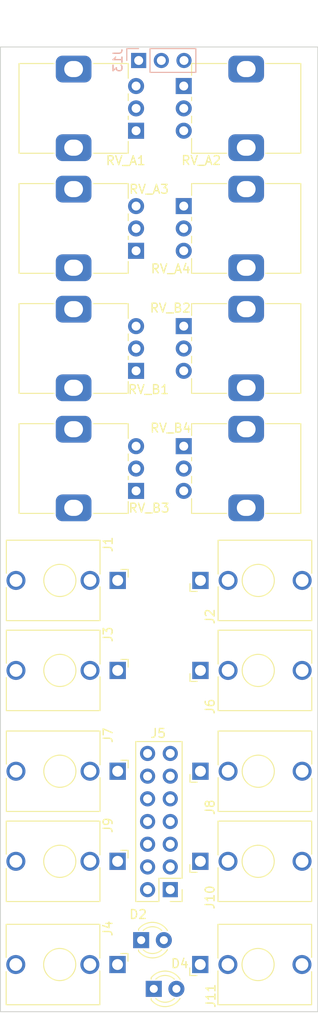
<source format=kicad_pcb>
(kicad_pcb (version 20211014) (generator pcbnew)
  (layers (0 "F.Cu" signal) (31 "B.Cu" signal) (34 "B.Paste" user) (35 "F.Paste" user) (36 "B.SilkS" user "B.Silkscreen") (37 "F.SilkS" user "F.Silkscreen") (38 "B.Mask" user) (39 "F.Mask" user) (44 "Edge.Cuts" user))
  (net 0 "")
  (net 1 "GND")
  (net 2 "/LEDA")
  (net 3 "/LEDB")
  (net 4 "Net-(J1-PadT)")
  (net 5 "Net-(J2-PadT)")
  (net 6 "Net-(J3-PadT)")
  (net 7 "/OUT_A")
  (net 9 "/IN_A2")
  (net 10 "/IN_A1")
  (net 11 "/IN_A4")
  (net 12 "/IN_A3")
  (net 13 "/IN_B2")
  (net 14 "/IN_B1")
  (net 15 "/IN_B4")
  (net 16 "/IN_B3")
  (net 17 "Net-(J6-PadT)")
  (net 18 "Net-(J7-PadT)")
  (net 19 "Net-(J8-PadT)")
  (net 20 "Net-(J9-PadT)")
  (net 21 "Net-(J10-PadT)")
  (net 22 "/OUT_B")
  (footprint "Potentiometer_THT:Potentiometer_Alps_RK09K_Single_Vertical" (layer "F.Cu") (at 83.35 56.953333)
    (fp_text reference "RV_A4" (at -1.46 7.01) (layer "F.SilkS"))
    (fp_text value "100k")
    (fp_line (start 13.12 -2.521) (end 13.12 7.52) (layer "F.SilkS") (width 0.12))
    (fp_line (start 0.88 -2.521) (end 4.817 -2.521) (layer "F.SilkS") (width 0.12))
    (fp_line (start 0.88 5.87) (end 0.88 7.52) (layer "F.SilkS") (width 0.12))
    (fp_line (start 9.184 7.52) (end 13.12 7.52) (layer "F.SilkS") (width 0.12))
    (fp_line (start 9.184 -2.521) (end 13.12 -2.521) (layer "F.SilkS") (width 0.12))
    (fp_line (start 0.88 7.52) (end 4.817 7.52) (layer "F.SilkS") (width 0.12))
    (fp_line (start 0.88 3.371) (end 0.88 4.13) (layer "F.SilkS") (width 0.12))
    (fp_line (start 0.88 1.25) (end 0.88 1.63) (layer "F.SilkS") (width 0.12))
    (fp_line (start 0.88 -2.521) (end 0.88 -1.2) (layer "F.SilkS") (width 0.12))
    (pad "1" thru_hole rect (at 0 0) (size 1.8 1.8) (drill 1) (layers *.Cu *.Mask) (net 17 "Net-(J6-PadT)"))
    (pad "2" thru_hole circle (at 0 2.5) (size 1.8 1.8) (drill 1) (layers *.Cu *.Mask) (net 11 "/IN_A4"))
    (pad "3" thru_hole circle (at 0 5) (size 1.8 1.8) (drill 1) (layers *.Cu *.Mask) (net 1 "GND"))
    (pad "MP" thru_hole roundrect (at 7 -1.9) (size 4 3) (drill oval 2.1 1.8) (layers *.Cu *.Mask))
    (pad "MP" thru_hole roundrect (at 7 6.9) (size 4 3) (drill oval 2.1 1.8) (layers *.Cu *.Mask))
  )
  (footprint "Connector_Audio:Jack_3.5mm_QingPu_WQP-PJ398SM_Vertical_CircularHoles" (layer "F.Cu") (at 85.22 108.91 90)
    (fp_text reference "J6" (at -4.03 1.08 90) (layer "F.SilkS"))
    (fp_text value "IN_A4")
    (fp_line (start -0.8 12.48) (end -4.5 12.48) (layer "F.SilkS") (width 0.12))
    (fp_line (start 4.5 1.98) (end 4.5 12.48) (layer "F.SilkS") (width 0.12))
    (fp_line (start -1.23 -1.17) (end -1.23 -0.37) (layer "F.SilkS") (width 0.12))
    (fp_line (start -4.5 1.98) (end -4.5 12.48) (layer "F.SilkS") (width 0.12))
    (fp_line (start 4.5 12.48) (end 0.8 12.48) (layer "F.SilkS") (width 0.12))
    (fp_line (start -0.72 1.98) (end -4.5 1.98) (layer "F.SilkS") (width 0.12))
    (fp_line (start 4.5 1.98) (end 0.72 1.98) (layer "F.SilkS") (width 0.12))
    (fp_line (start -1.23 -1.17) (end -0.37 -1.17) (layer "F.SilkS") (width 0.12))
    (fp_circle (center 0 6.48) (end 1.8 6.48) (layer "F.SilkS") (width 0.12) (fill none))
    (pad "S" thru_hole rect (at 0 0 270) (size 1.93 1.83) (drill 1.22) (layers *.Cu *.Mask) (net 1 "GND"))
    (pad "T" thru_hole circle (at 0 11.4 270) (size 2.13 2.13) (drill 1.43) (layers *.Cu *.Mask) (net 17 "Net-(J6-PadT)"))
    (pad "TN" thru_hole circle (at 0 3.1 270) (size 2.13 2.13) (drill 1.42) (layers *.Cu *.Mask) (net 1 "GND"))
  )
  (footprint "Connector_Audio:Jack_3.5mm_QingPu_WQP-PJ398SM_Vertical_CircularHoles" (layer "F.Cu") (at 85.2 141.82 90)
    (fp_text reference "J11" (at -3.5 1.19 90) (layer "F.SilkS"))
    (fp_text value "OUTB")
    (fp_line (start 4.5 1.98) (end 0.72 1.98) (layer "F.SilkS") (width 0.12))
    (fp_line (start -0.8 12.48) (end -4.5 12.48) (layer "F.SilkS") (width 0.12))
    (fp_line (start -1.23 -1.17) (end -0.37 -1.17) (layer "F.SilkS") (width 0.12))
    (fp_line (start 4.5 1.98) (end 4.5 12.48) (layer "F.SilkS") (width 0.12))
    (fp_line (start 4.5 12.48) (end 0.8 12.48) (layer "F.SilkS") (width 0.12))
    (fp_line (start -0.72 1.98) (end -4.5 1.98) (layer "F.SilkS") (width 0.12))
    (fp_line (start -1.23 -1.17) (end -1.23 -0.37) (layer "F.SilkS") (width 0.12))
    (fp_line (start -4.5 1.98) (end -4.5 12.48) (layer "F.SilkS") (width 0.12))
    (fp_circle (center 0 6.48) (end 1.8 6.48) (layer "F.SilkS") (width 0.12) (fill none))
    (pad "S" thru_hole rect (at 0 0 270) (size 1.93 1.83) (drill 1.22) (layers *.Cu *.Mask) (net 1 "GND"))
    (pad "T" thru_hole circle (at 0 11.4 270) (size 2.13 2.13) (drill 1.43) (layers *.Cu *.Mask) (net 22 "/OUT_B"))
    (pad "TN" thru_hole circle (at 0 3.1 270) (size 2.13 2.13) (drill 1.42) (layers *.Cu *.Mask))
  )
  (footprint "Potentiometer_THT:Potentiometer_Alps_RK09K_Single_Vertical" (layer "F.Cu") (at 78.01 88.82 180)
    (fp_text reference "RV_B3" (at -1.46 -1.92) (layer "F.SilkS"))
    (fp_text value "100k")
    (fp_line (start 0.88 3.371) (end 0.88 4.13) (layer "F.SilkS") (width 0.12))
    (fp_line (start 0.88 -2.521) (end 0.88 -1.2) (layer "F.SilkS") (width 0.12))
    (fp_line (start 0.88 1.25) (end 0.88 1.63) (layer "F.SilkS") (width 0.12))
    (fp_line (start 9.184 -2.521) (end 13.12 -2.521) (layer "F.SilkS") (width 0.12))
    (fp_line (start 0.88 -2.521) (end 4.817 -2.521) (layer "F.SilkS") (width 0.12))
    (fp_line (start 13.12 -2.521) (end 13.12 7.52) (layer "F.SilkS") (width 0.12))
    (fp_line (start 0.88 5.87) (end 0.88 7.52) (layer "F.SilkS") (width 0.12))
    (fp_line (start 9.184 7.52) (end 13.12 7.52) (layer "F.SilkS") (width 0.12))
    (fp_line (start 0.88 7.52) (end 4.817 7.52) (layer "F.SilkS") (width 0.12))
    (pad "1" thru_hole rect (at 0 0 180) (size 1.8 1.8) (drill 1) (layers *.Cu *.Mask) (net 20 "Net-(J9-PadT)"))
    (pad "2" thru_hole circle (at 0 2.5 180) (size 1.8 1.8) (drill 1) (layers *.Cu *.Mask) (net 16 "/IN_B3"))
    (pad "3" thru_hole circle (at 0 5 180) (size 1.8 1.8) (drill 1) (layers *.Cu *.Mask) (net 1 "GND"))
    (pad "MP" thru_hole roundrect (at 7 6.9 180) (size 4 3) (drill oval 2.1 1.8) (layers *.Cu *.Mask))
    (pad "MP" thru_hole roundrect (at 7 -1.9 180) (size 4 3) (drill oval 2.1 1.8) (layers *.Cu *.Mask))
  )
  (footprint "LED_THT:LED_D3.0mm" (layer "F.Cu") (at 78.58 139.09)
    (fp_text reference "D2" (at -0.34 -2.88) (layer "F.SilkS"))
    (fp_text value "PEAKA")
    (fp_line (start -0.29 1.08) (end -0.29 1.236) (layer "F.SilkS") (width 0.12))
    (fp_line (start -0.29 -1.236) (end -0.29 -1.08) (layer "F.SilkS") (width 0.12))
    (fp_arc (start 2.942335 1.078608) (mid 1.366487 1.987659) (end -0.29 1.235516) (layer "F.SilkS") (width 0.12))
    (fp_arc (start -0.29 -1.235516) (mid 1.366487 -1.987659) (end 2.942335 -1.078608) (layer "F.SilkS") (width 0.12))
    (fp_arc (start 0.229039 -1.08) (mid 1.270117 -1.5) (end 2.31113 -1.079837) (layer "F.SilkS") (width 0.12))
    (fp_arc (start 2.31113 1.079837) (mid 1.270117 1.5) (end 0.229039 1.08) (layer "F.SilkS") (width 0.12))
    (pad "1" thru_hole rect (at 0 0) (size 1.8 1.8) (drill 0.9) (layers *.Cu *.Mask) (net 1 "GND"))
    (pad "2" thru_hole circle (at 2.54 0) (size 1.8 1.8) (drill 0.9) (layers *.Cu *.Mask) (net 2 "/LEDA"))
  )
  (footprint "Connector_Audio:Jack_3.5mm_QingPu_WQP-PJ398SM_Vertical_CircularHoles" (layer "F.Cu") (at 75.95 108.91 -90)
    (fp_text reference "J3" (at -4.03 1.08 90) (layer "F.SilkS"))
    (fp_text value "IN_A3")
    (fp_line (start 4.5 12.48) (end 0.8 12.48) (layer "F.SilkS") (width 0.12))
    (fp_line (start 4.5 1.98) (end 4.5 12.48) (layer "F.SilkS") (width 0.12))
    (fp_line (start -0.72 1.98) (end -4.5 1.98) (layer "F.SilkS") (width 0.12))
    (fp_line (start 4.5 1.98) (end 0.72 1.98) (layer "F.SilkS") (width 0.12))
    (fp_line (start -1.23 -1.17) (end -1.23 -0.37) (layer "F.SilkS") (width 0.12))
    (fp_line (start -1.23 -1.17) (end -0.37 -1.17) (layer "F.SilkS") (width 0.12))
    (fp_line (start -4.5 1.98) (end -4.5 12.48) (layer "F.SilkS") (width 0.12))
    (fp_line (start -0.8 12.48) (end -4.5 12.48) (layer "F.SilkS") (width 0.12))
    (fp_circle (center 0 6.48) (end 1.8 6.48) (layer "F.SilkS") (width 0.12) (fill none))
    (pad "S" thru_hole rect (at 0 0 90) (size 1.93 1.83) (drill 1.22) (layers *.Cu *.Mask) (net 1 "GND"))
    (pad "T" thru_hole circle (at 0 11.4 90) (size 2.13 2.13) (drill 1.43) (layers *.Cu *.Mask) (net 6 "Net-(J3-PadT)"))
    (pad "TN" thru_hole circle (at 0 3.1 90) (size 2.13 2.13) (drill 1.42) (layers *.Cu *.Mask) (net 1 "GND"))
  )
  (footprint "Potentiometer_THT:Potentiometer_Alps_RK09K_Single_Vertical" (layer "F.Cu") (at 78.01 61.953333 180)
    (fp_text reference "RV_A3" (at -1.45 6.89) (layer "F.SilkS"))
    (fp_text value "100k")
    (fp_line (start 0.88 7.52) (end 4.817 7.52) (layer "F.SilkS") (width 0.12))
    (fp_line (start 0.88 3.371) (end 0.88 4.13) (layer "F.SilkS") (width 0.12))
    (fp_line (start 0.88 5.87) (end 0.88 7.52) (layer "F.SilkS") (width 0.12))
    (fp_line (start 0.88 -2.521) (end 0.88 -1.2) (layer "F.SilkS") (width 0.12))
    (fp_line (start 13.12 -2.521) (end 13.12 7.52) (layer "F.SilkS") (width 0.12))
    (fp_line (start 9.184 -2.521) (end 13.12 -2.521) (layer "F.SilkS") (width 0.12))
    (fp_line (start 0.88 -2.521) (end 4.817 -2.521) (layer "F.SilkS") (width 0.12))
    (fp_line (start 0.88 1.25) (end 0.88 1.63) (layer "F.SilkS") (width 0.12))
    (fp_line (start 9.184 7.52) (end 13.12 7.52) (layer "F.SilkS") (width 0.12))
    (pad "1" thru_hole rect (at 0 0 180) (size 1.8 1.8) (drill 1) (layers *.Cu *.Mask) (net 6 "Net-(J3-PadT)"))
    (pad "2" thru_hole circle (at 0 2.5 180) (size 1.8 1.8) (drill 1) (layers *.Cu *.Mask) (net 12 "/IN_A3"))
    (pad "3" thru_hole circle (at 0 5 180) (size 1.8 1.8) (drill 1) (layers *.Cu *.Mask) (net 1 "GND"))
    (pad "MP" thru_hole roundrect (at 7 6.9 180) (size 4 3) (drill oval 2.1 1.8) (layers *.Cu *.Mask))
    (pad "MP" thru_hole roundrect (at 7 -1.9 180) (size 4 3) (drill oval 2.1 1.8) (layers *.Cu *.Mask))
  )
  (footprint "Connector_Audio:Jack_3.5mm_QingPu_WQP-PJ398SM_Vertical_CircularHoles" (layer "F.Cu") (at 75.95 98.84 -90)
    (fp_text reference "J1" (at -4.03 1.08 90) (layer "F.SilkS"))
    (fp_text value "IN_A1")
    (fp_line (start -0.8 12.48) (end -4.5 12.48) (layer "F.SilkS") (width 0.12))
    (fp_line (start 4.5 1.98) (end 0.72 1.98) (layer "F.SilkS") (width 0.12))
    (fp_line (start -4.5 1.98) (end -4.5 12.48) (layer "F.SilkS") (width 0.12))
    (fp_line (start -1.23 -1.17) (end -1.23 -0.37) (layer "F.SilkS") (width 0.12))
    (fp_line (start 4.5 1.98) (end 4.5 12.48) (layer "F.SilkS") (width 0.12))
    (fp_line (start -1.23 -1.17) (end -0.37 -1.17) (layer "F.SilkS") (width 0.12))
    (fp_line (start -0.72 1.98) (end -4.5 1.98) (layer "F.SilkS") (width 0.12))
    (fp_line (start 4.5 12.48) (end 0.8 12.48) (layer "F.SilkS") (width 0.12))
    (fp_circle (center 0 6.48) (end 1.8 6.48) (layer "F.SilkS") (width 0.12) (fill none))
    (pad "S" thru_hole rect (at 0 0 90) (size 1.93 1.83) (drill 1.22) (layers *.Cu *.Mask) (net 1 "GND"))
    (pad "T" thru_hole circle (at 0 11.4 90) (size 2.13 2.13) (drill 1.43) (layers *.Cu *.Mask) (net 4 "Net-(J1-PadT)"))
    (pad "TN" thru_hole circle (at 0 3.1 90) (size 2.13 2.13) (drill 1.42) (layers *.Cu *.Mask) (net 1 "GND"))
  )
  (footprint "Potentiometer_THT:Potentiometer_Alps_RK09K_Single_Vertical" (layer "F.Cu") (at 83.35 43.52)
    (fp_text reference "RV_A2" (at 1.96 8.32) (layer "F.SilkS"))
    (fp_text value "100k")
    (fp_line (start 0.88 -2.521) (end 0.88 -1.2) (layer "F.SilkS") (width 0.12))
    (fp_line (start 0.88 1.25) (end 0.88 1.63) (layer "F.SilkS") (width 0.12))
    (fp_line (start 0.88 3.371) (end 0.88 4.13) (layer "F.SilkS") (width 0.12))
    (fp_line (start 0.88 7.52) (end 4.817 7.52) (layer "F.SilkS") (width 0.12))
    (fp_line (start 0.88 5.87) (end 0.88 7.52) (layer "F.SilkS") (width 0.12))
    (fp_line (start 9.184 -2.521) (end 13.12 -2.521) (layer "F.SilkS") (width 0.12))
    (fp_line (start 13.12 -2.521) (end 13.12 7.52) (layer "F.SilkS") (width 0.12))
    (fp_line (start 0.88 -2.521) (end 4.817 -2.521) (layer "F.SilkS") (width 0.12))
    (fp_line (start 9.184 7.52) (end 13.12 7.52) (layer "F.SilkS") (width 0.12))
    (pad "1" thru_hole rect (at 0 0) (size 1.8 1.8) (drill 1) (layers *.Cu *.Mask) (net 5 "Net-(J2-PadT)"))
    (pad "2" thru_hole circle (at 0 2.5) (size 1.8 1.8) (drill 1) (layers *.Cu *.Mask) (net 9 "/IN_A2"))
    (pad "3" thru_hole circle (at 0 5) (size 1.8 1.8) (drill 1) (layers *.Cu *.Mask) (net 1 "GND"))
    (pad "MP" thru_hole roundrect (at 7 6.9) (size 4 3) (drill oval 2.1 1.8) (layers *.Cu *.Mask))
    (pad "MP" thru_hole roundrect (at 7 -1.9) (size 4 3) (drill oval 2.1 1.8) (layers *.Cu *.Mask))
  )
  (footprint "Potentiometer_THT:Potentiometer_Alps_RK09K_Single_Vertical" (layer "F.Cu") (at 78.01 75.386666 180)
    (fp_text reference "RV_B1" (at -1.39 -2.09) (layer "F.SilkS"))
    (fp_text value "100k")
    (fp_line (start 0.88 7.52) (end 4.817 7.52) (layer "F.SilkS") (width 0.12))
    (fp_line (start 9.184 -2.521) (end 13.12 -2.521) (layer "F.SilkS") (width 0.12))
    (fp_line (start 0.88 5.87) (end 0.88 7.52) (layer "F.SilkS") (width 0.12))
    (fp_line (start 9.184 7.52) (end 13.12 7.52) (layer "F.SilkS") (width 0.12))
    (fp_line (start 0.88 -2.521) (end 0.88 -1.2) (layer "F.SilkS") (width 0.12))
    (fp_line (start 0.88 3.371) (end 0.88 4.13) (layer "F.SilkS") (width 0.12))
    (fp_line (start 13.12 -2.521) (end 13.12 7.52) (layer "F.SilkS") (width 0.12))
    (fp_line (start 0.88 1.25) (end 0.88 1.63) (layer "F.SilkS") (width 0.12))
    (fp_line (start 0.88 -2.521) (end 4.817 -2.521) (layer "F.SilkS") (width 0.12))
    (pad "1" thru_hole rect (at 0 0 180) (size 1.8 1.8) (drill 1) (layers *.Cu *.Mask) (net 18 "Net-(J7-PadT)"))
    (pad "2" thru_hole circle (at 0 2.5 180) (size 1.8 1.8) (drill 1) (layers *.Cu *.Mask) (net 14 "/IN_B1"))
    (pad "3" thru_hole circle (at 0 5 180) (size 1.8 1.8) (drill 1) (layers *.Cu *.Mask) (net 1 "GND"))
    (pad "MP" thru_hole roundrect (at 7 -1.9 180) (size 4 3) (drill oval 2.1 1.8) (layers *.Cu *.Mask))
    (pad "MP" thru_hole roundrect (at 7 6.9 180) (size 4 3) (drill oval 2.1 1.8) (layers *.Cu *.Mask))
  )
  (footprint "Connector_Audio:Jack_3.5mm_QingPu_WQP-PJ398SM_Vertical_CircularHoles" (layer "F.Cu") (at 75.93 141.82 -90)
    (fp_text reference "J4" (at -4.03 1.08 90) (layer "F.SilkS"))
    (fp_text value "OUTA")
    (fp_line (start -0.8 12.48) (end -4.5 12.48) (layer "F.SilkS") (width 0.12))
    (fp_line (start -1.23 -1.17) (end -1.23 -0.37) (layer "F.SilkS") (width 0.12))
    (fp_line (start 4.5 1.98) (end 4.5 12.48) (layer "F.SilkS") (width 0.12))
    (fp_line (start 4.5 12.48) (end 0.8 12.48) (layer "F.SilkS") (width 0.12))
    (fp_line (start -0.72 1.98) (end -4.5 1.98) (layer "F.SilkS") (width 0.12))
    (fp_line (start -1.23 -1.17) (end -0.37 -1.17) (layer "F.SilkS") (width 0.12))
    (fp_line (start 4.5 1.98) (end 0.72 1.98) (layer "F.SilkS") (width 0.12))
    (fp_line (start -4.5 1.98) (end -4.5 12.48) (layer "F.SilkS") (width 0.12))
    (fp_circle (center 0 6.48) (end 1.8 6.48) (layer "F.SilkS") (width 0.12) (fill none))
    (pad "S" thru_hole rect (at 0 0 90) (size 1.93 1.83) (drill 1.22) (layers *.Cu *.Mask) (net 1 "GND"))
    (pad "T" thru_hole circle (at 0 11.4 90) (size 2.13 2.13) (drill 1.43) (layers *.Cu *.Mask) (net 7 "/OUT_A"))
    (pad "TN" thru_hole circle (at 0 3.1 90) (size 2.13 2.13) (drill 1.42) (layers *.Cu *.Mask))
  )
  (footprint "Connector_Audio:Jack_3.5mm_QingPu_WQP-PJ398SM_Vertical_CircularHoles" (layer "F.Cu") (at 85.21 130.27 90)
    (fp_text reference "J10" (at -4.03 1.08 90) (layer "F.SilkS"))
    (fp_text value "IN_B4")
    (fp_line (start 4.5 12.48) (end 0.8 12.48) (layer "F.SilkS") (width 0.12))
    (fp_line (start -0.8 12.48) (end -4.5 12.48) (layer "F.SilkS") (width 0.12))
    (fp_line (start 4.5 1.98) (end 4.5 12.48) (layer "F.SilkS") (width 0.12))
    (fp_line (start -4.5 1.98) (end -4.5 12.48) (layer "F.SilkS") (width 0.12))
    (fp_line (start -1.23 -1.17) (end -1.23 -0.37) (layer "F.SilkS") (width 0.12))
    (fp_line (start 4.5 1.98) (end 0.72 1.98) (layer "F.SilkS") (width 0.12))
    (fp_line (start -1.23 -1.17) (end -0.37 -1.17) (layer "F.SilkS") (width 0.12))
    (fp_line (start -0.72 1.98) (end -4.5 1.98) (layer "F.SilkS") (width 0.12))
    (fp_circle (center 0 6.48) (end 1.8 6.48) (layer "F.SilkS") (width 0.12) (fill none))
    (pad "S" thru_hole rect (at 0 0 270) (size 1.93 1.83) (drill 1.22) (layers *.Cu *.Mask) (net 1 "GND"))
    (pad "T" thru_hole circle (at 0 11.4 270) (size 2.13 2.13) (drill 1.43) (layers *.Cu *.Mask) (net 21 "Net-(J10-PadT)"))
    (pad "TN" thru_hole circle (at 0 3.1 270) (size 2.13 2.13) (drill 1.42) (layers *.Cu *.Mask) (net 1 "GND"))
  )
  (footprint "Connector_Audio:Jack_3.5mm_QingPu_WQP-PJ398SM_Vertical_CircularHoles" (layer "F.Cu") (at 75.94 130.27 -90)
    (fp_text reference "J9" (at -4.03 1.08 90) (layer "F.SilkS"))
    (fp_text value "IN_B3")
    (fp_line (start -1.23 -1.17) (end -0.37 -1.17) (layer "F.SilkS") (width 0.12))
    (fp_line (start 4.5 12.48) (end 0.8 12.48) (layer "F.SilkS") (width 0.12))
    (fp_line (start 4.5 1.98) (end 0.72 1.98) (layer "F.SilkS") (width 0.12))
    (fp_line (start 4.5 1.98) (end 4.5 12.48) (layer "F.SilkS") (width 0.12))
    (fp_line (start -0.8 12.48) (end -4.5 12.48) (layer "F.SilkS") (width 0.12))
    (fp_line (start -4.5 1.98) (end -4.5 12.48) (layer "F.SilkS") (width 0.12))
    (fp_line (start -1.23 -1.17) (end -1.23 -0.37) (layer "F.SilkS") (width 0.12))
    (fp_line (start -0.72 1.98) (end -4.5 1.98) (layer "F.SilkS") (width 0.12))
    (fp_circle (center 0 6.48) (end 1.8 6.48) (layer "F.SilkS") (width 0.12) (fill none))
    (pad "S" thru_hole rect (at 0 0 90) (size 1.93 1.83) (drill 1.22) (layers *.Cu *.Mask) (net 1 "GND"))
    (pad "T" thru_hole circle (at 0 11.4 90) (size 2.13 2.13) (drill 1.43) (layers *.Cu *.Mask) (net 20 "Net-(J9-PadT)"))
    (pad "TN" thru_hole circle (at 0 3.1 90) (size 2.13 2.13) (drill 1.42) (layers *.Cu *.Mask) (net 1 "GND"))
  )
  (footprint "Connector_PinHeader_2.54mm:PinHeader_2x07_P2.54mm_Vertical" (layer "F.Cu") (at 81.84 133.44 180)
    (fp_text reference "J5" (at 1.35 17.49 180) (layer "F.SilkS"))
    (fp_text value "Conn_02x07_Odd_Even")
    (fp_line (start -1.33 1.27) (end -1.33 16.57) (layer "F.SilkS") (width 0.12))
    (fp_line (start 3.87 -1.33) (end 3.87 16.57) (layer "F.SilkS") (width 0.12))
    (fp_line (start -1.33 -1.33) (end 0 -1.33) (layer "F.SilkS") (width 0.12))
    (fp_line (start -1.33 1.27) (end 1.27 1.27) (layer "F.SilkS") (width 0.12))
    (fp_line (start -1.33 16.57) (end 3.87 16.57) (layer "F.SilkS") (width 0.12))
    (fp_line (start 1.27 1.27) (end 1.27 -1.33) (layer "F.SilkS") (width 0.12))
    (fp_line (start -1.33 0) (end -1.33 -1.33) (layer "F.SilkS") (width 0.12))
    (fp_line (start 1.27 -1.33) (end 3.87 -1.33) (layer "F.SilkS") (width 0.12))
    (pad "1" thru_hole rect (at 0 0 180) (size 1.7 1.7) (drill 1) (layers *.Cu *.Mask) (net 9 "/IN_A2"))
    (pad "2" thru_hole oval (at 2.54 0 180) (size 1.7 1.7) (drill 1) (layers *.Cu *.Mask) (net 10 "/IN_A1"))
    (pad "3" thru_hole oval (at 0 2.54 180) (size 1.7 1.7) (drill 1) (layers *.Cu *.Mask) (net 11 "/IN_A4"))
    (pad "4" thru_hole oval (at 2.54 2.54 180) (size 1.7 1.7) (drill 1) (layers *.Cu *.Mask) (net 12 "/IN_A3"))
    (pad "5" thru_hole oval (at 0 5.08 180) (size 1.7 1.7) (drill 1) (layers *.Cu *.Mask) (net 13 "/IN_B2"))
    (pad "6" thru_hole oval (at 2.54 5.08 180) (size 1.7 1.7) (drill 1) (layers *.Cu *.Mask) (net 14 "/IN_B1"))
    (pad "7" thru_hole oval (at 0 7.62 180) (size 1.7 1.7) (drill 1) (layers *.Cu *.Mask) (net 15 "/IN_B4"))
    (pad "8" thru_hole oval (at 2.54 7.62 180) (size 1.7 1.7) (drill 1) (layers *.Cu *.Mask) (net 16 "/IN_B3"))
    (pad "9" thru_hole oval (at 0 10.16 180) (size 1.7 1.7) (drill 1) (layers *.Cu *.Mask) (net 2 "/LEDA"))
    (pad "10" thru_hole oval (at 2.54 10.16 180) (size 1.7 1.7) (drill 1) (layers *.Cu *.Mask) (net 3 "/LEDB"))
    (pad "11" thru_hole oval (at 0 12.7 180) (size 1.7 1.7) (drill 1) (layers *.Cu *.Mask) (net 7 "/OUT_A"))
    (pad "12" thru_hole oval (at 2.54 12.7 180) (size 1.7 1.7) (drill 1) (layers *.Cu *.Mask) (net 22 "/OUT_B"))
    (pad "13" thru_hole oval (at 0 15.24 180) (size 1.7 1.7) (drill 1) (layers *.Cu *.Mask) (net 1 "GND"))
    (pad "14" thru_hole oval (at 2.54 15.24 180) (size 1.7 1.7) (drill 1) (layers *.Cu *.Mask))
  )
  (footprint "LED_THT:LED_D3.0mm" (layer "F.Cu") (at 79.99 144.54)
    (fp_text reference "D4" (at 2.92 -2.83) (layer "F.SilkS"))
    (fp_text value "PEAKB")
    (fp_line (start -0.29 -1.236) (end -0.29 -1.08) (layer "F.SilkS") (width 0.12))
    (fp_line (start -0.29 1.08) (end -0.29 1.236) (layer "F.SilkS") (width 0.12))
    (fp_arc (start 2.31113 1.079837) (mid 1.270117 1.5) (end 0.229039 1.08) (layer "F.SilkS") (width 0.12))
    (fp_arc (start -0.29 -1.235516) (mid 1.366487 -1.987659) (end 2.942335 -1.078608) (layer "F.SilkS") (width 0.12))
    (fp_arc (start 2.942335 1.078608) (mid 1.366487 1.987659) (end -0.29 1.235516) (layer "F.SilkS") (width 0.12))
    (fp_arc (start 0.229039 -1.08) (mid 1.270117 -1.5) (end 2.31113 -1.079837) (layer "F.SilkS") (width 0.12))
    (pad "1" thru_hole rect (at 0 0) (size 1.8 1.8) (drill 0.9) (layers *.Cu *.Mask) (net 1 "GND"))
    (pad "2" thru_hole circle (at 2.54 0) (size 1.8 1.8) (drill 0.9) (layers *.Cu *.Mask) (net 3 "/LEDB"))
  )
  (footprint "Potentiometer_THT:Potentiometer_Alps_RK09K_Single_Vertical" (layer "F.Cu") (at 83.35 70.386666)
    (fp_text reference "RV_B2" (at -1.5 -2.03) (layer "F.SilkS"))
    (fp_text value "100k")
    (fp_line (start 0.88 -2.521) (end 0.88 -1.2) (layer "F.SilkS") (width 0.12))
    (fp_line (start 13.12 -2.521) (end 13.12 7.52) (layer "F.SilkS") (width 0.12))
    (fp_line (start 9.184 -2.521) (end 13.12 -2.521) (layer "F.SilkS") (width 0.12))
    (fp_line (start 9.184 7.52) (end 13.12 7.52) (layer "F.SilkS") (width 0.12))
    (fp_line (start 0.88 7.52) (end 4.817 7.52) (layer "F.SilkS") (width 0.12))
    (fp_line (start 0.88 3.371) (end 0.88 4.13) (layer "F.SilkS") (width 0.12))
    (fp_line (start 0.88 -2.521) (end 4.817 -2.521) (layer "F.SilkS") (width 0.12))
    (fp_line (start 0.88 1.25) (end 0.88 1.63) (layer "F.SilkS") (width 0.12))
    (fp_line (start 0.88 5.87) (end 0.88 7.52) (layer "F.SilkS") (width 0.12))
    (pad "1" thru_hole rect (at 0 0) (size 1.8 1.8) (drill 1) (layers *.Cu *.Mask) (net 19 "Net-(J8-PadT)"))
    (pad "2" thru_hole circle (at 0 2.5) (size 1.8 1.8) (drill 1) (layers *.Cu *.Mask) (net 13 "/IN_B2"))
    (pad "3" thru_hole circle (at 0 5) (size 1.8 1.8) (drill 1) (layers *.Cu *.Mask) (net 1 "GND"))
    (pad "MP" thru_hole roundrect (at 7 6.9) (size 4 3) (drill oval 2.1 1.8) (layers *.Cu *.Mask))
    (pad "MP" thru_hole roundrect (at 7 -1.9) (size 4 3) (drill oval 2.1 1.8) (layers *.Cu *.Mask))
  )
  (footprint "Potentiometer_THT:Potentiometer_Alps_RK09K_Single_Vertical" (layer "F.Cu") (at 78.01 48.52 180)
    (fp_text reference "RV_A1" (at 1.16 -3.34) (layer "F.SilkS"))
    (fp_text value "100k")
    (fp_line (start 0.88 7.52) (end 4.817 7.52) (layer "F.SilkS") (width 0.12))
    (fp_line (start 9.184 7.52) (end 13.12 7.52) (layer "F.SilkS") (width 0.12))
    (fp_line (start 0.88 1.25) (end 0.88 1.63) (layer "F.SilkS") (width 0.12))
    (fp_line (start 0.88 -2.521) (end 4.817 -2.521) (layer "F.SilkS") (width 0.12))
    (fp_line (start 0.88 -2.521) (end 0.88 -1.2) (layer "F.SilkS") (width 0.12))
    (fp_line (start 13.12 -2.521) (end 13.12 7.52) (layer "F.SilkS") (width 0.12))
    (fp_line (start 9.184 -2.521) (end 13.12 -2.521) (layer "F.SilkS") (width 0.12))
    (fp_line (start 0.88 5.87) (end 0.88 7.52) (layer "F.SilkS") (width 0.12))
    (fp_line (start 0.88 3.371) (end 0.88 4.13) (layer "F.SilkS") (width 0.12))
    (pad "1" thru_hole rect (at 0 0 180) (size 1.8 1.8) (drill 1) (layers *.Cu *.Mask) (net 4 "Net-(J1-PadT)"))
    (pad "2" thru_hole circle (at 0 2.5 180) (size 1.8 1.8) (drill 1) (layers *.Cu *.Mask) (net 10 "/IN_A1"))
    (pad "3" thru_hole circle (at 0 5 180) (size 1.8 1.8) (drill 1) (layers *.Cu *.Mask) (net 1 "GND"))
    (pad "MP" thru_hole roundrect (at 7 -1.9 180) (size 4 3) (drill oval 2.1 1.8) (layers *.Cu *.Mask))
    (pad "MP" thru_hole roundrect (at 7 6.9 180) (size 4 3) (drill oval 2.1 1.8) (layers *.Cu *.Mask))
  )
  (footprint "Potentiometer_THT:Potentiometer_Alps_RK09K_Single_Vertical" (layer "F.Cu") (at 83.35 83.82)
    (fp_text reference "RV_B4" (at -1.46 -2.03) (layer "F.SilkS"))
    (fp_text value "100k")
    (fp_line (start 0.88 1.25) (end 0.88 1.63) (layer "F.SilkS") (width 0.12))
    (fp_line (start 0.88 -2.521) (end 4.817 -2.521) (layer "F.SilkS") (width 0.12))
    (fp_line (start 0.88 7.52) (end 4.817 7.52) (layer "F.SilkS") (width 0.12))
    (fp_line (start 13.12 -2.521) (end 13.12 7.52) (layer "F.SilkS") (width 0.12))
    (fp_line (start 9.184 -2.521) (end 13.12 -2.521) (layer "F.SilkS") (width 0.12))
    (fp_line (start 0.88 -2.521) (end 0.88 -1.2) (layer "F.SilkS") (width 0.12))
    (fp_line (start 0.88 3.371) (end 0.88 4.13) (layer "F.SilkS") (width 0.12))
    (fp_line (start 0.88 5.87) (end 0.88 7.52) (layer "F.SilkS") (width 0.12))
    (fp_line (start 9.184 7.52) (end 13.12 7.52) (layer "F.SilkS") (width 0.12))
    (pad "1" thru_hole rect (at 0 0) (size 1.8 1.8) (drill 1) (layers *.Cu *.Mask) (net 21 "Net-(J10-PadT)"))
    (pad "2" thru_hole circle (at 0 2.5) (size 1.8 1.8) (drill 1) (layers *.Cu *.Mask) (net 15 "/IN_B4"))
    (pad "3" thru_hole circle (at 0 5) (size 1.8 1.8) (drill 1) (layers *.Cu *.Mask) (net 1 "GND"))
    (pad "MP" thru_hole roundrect (at 7 -1.9) (size 4 3) (drill oval 2.1 1.8) (layers *.Cu *.Mask))
    (pad "MP" thru_hole roundrect (at 7 6.9) (size 4 3) (drill oval 2.1 1.8) (layers *.Cu *.Mask))
  )
  (footprint "Connector_Audio:Jack_3.5mm_QingPu_WQP-PJ398SM_Vertical_CircularHoles" (layer "F.Cu") (at 85.22 120.19 90)
    (fp_text reference "J8" (at -4.03 1.08 90) (layer "F.SilkS"))
    (fp_text value "IN_B2")
    (fp_line (start 4.5 1.98) (end 0.72 1.98) (layer "F.SilkS") (width 0.12))
    (fp_line (start -1.23 -1.17) (end -1.23 -0.37) (layer "F.SilkS") (width 0.12))
    (fp_line (start 4.5 12.48) (end 0.8 12.48) (layer "F.SilkS") (width 0.12))
    (fp_line (start -1.23 -1.17) (end -0.37 -1.17) (layer "F.SilkS") (width 0.12))
    (fp_line (start 4.5 1.98) (end 4.5 12.48) (layer "F.SilkS") (width 0.12))
    (fp_line (start -0.8 12.48) (end -4.5 12.48) (layer "F.SilkS") (width 0.12))
    (fp_line (start -0.72 1.98) (end -4.5 1.98) (layer "F.SilkS") (width 0.12))
    (fp_line (start -4.5 1.98) (end -4.5 12.48) (layer "F.SilkS") (width 0.12))
    (fp_circle (center 0 6.48) (end 1.8 6.48) (layer "F.SilkS") (width 0.12) (fill none))
    (pad "S" thru_hole rect (at 0 0 270) (size 1.93 1.83) (drill 1.22) (layers *.Cu *.Mask) (net 1 "GND"))
    (pad "T" thru_hole circle (at 0 11.4 270) (size 2.13 2.13) (drill 1.43) (layers *.Cu *.Mask) (net 19 "Net-(J8-PadT)"))
    (pad "TN" thru_hole circle (at 0 3.1 270) (size 2.13 2.13) (drill 1.42) (layers *.Cu *.Mask) (net 1 "GND"))
  )
  (footprint "Connector_Audio:Jack_3.5mm_QingPu_WQP-PJ398SM_Vertical_CircularHoles" (layer "F.Cu") (at 75.95 120.19 -90)
    (fp_text reference "J7" (at -4.03 1.08 90) (layer "F.SilkS"))
    (fp_text value "IN_B1")
    (fp_line (start -4.5 1.98) (end -4.5 12.48) (layer "F.SilkS") (width 0.12))
    (fp_line (start -1.23 -1.17) (end -1.23 -0.37) (layer "F.SilkS") (width 0.12))
    (fp_line (start 4.5 12.48) (end 0.8 12.48) (layer "F.SilkS") (width 0.12))
    (fp_line (start -1.23 -1.17) (end -0.37 -1.17) (layer "F.SilkS") (width 0.12))
    (fp_line (start 4.5 1.98) (end 4.5 12.48) (layer "F.SilkS") (width 0.12))
    (fp_line (start -0.72 1.98) (end -4.5 1.98) (layer "F.SilkS") (width 0.12))
    (fp_line (start 4.5 1.98) (end 0.72 1.98) (layer "F.SilkS") (width 0.12))
    (fp_line (start -0.8 12.48) (end -4.5 12.48) (layer "F.SilkS") (width 0.12))
    (fp_circle (center 0 6.48) (end 1.8 6.48) (layer "F.SilkS") (width 0.12) (fill none))
    (pad "S" thru_hole rect (at 0 0 90) (size 1.93 1.83) (drill 1.22) (layers *.Cu *.Mask) (net 1 "GND"))
    (pad "T" thru_hole circle (at 0 11.4 90) (size 2.13 2.13) (drill 1.43) (layers *.Cu *.Mask) (net 18 "Net-(J7-PadT)"))
    (pad "TN" thru_hole circle (at 0 3.1 90) (size 2.13 2.13) (drill 1.42) (layers *.Cu *.Mask) (net 1 "GND"))
  )
  (footprint "Connector_Audio:Jack_3.5mm_QingPu_WQP-PJ398SM_Vertical_CircularHoles" (layer "F.Cu") (at 85.22 98.84 90)
    (fp_text reference "J2" (at -4.03 1.08 90) (layer "F.SilkS"))
    (fp_text value "IN_A2")
    (fp_line (start -0.72 1.98) (end -4.5 1.98) (layer "F.SilkS") (width 0.12))
    (fp_line (start -0.8 12.48) (end -4.5 12.48) (layer "F.SilkS") (width 0.12))
    (fp_line (start 4.5 1.98) (end 0.72 1.98) (layer "F.SilkS") (width 0.12))
    (fp_line (start -1.23 -1.17) (end -1.23 -0.37) (layer "F.SilkS") (width 0.12))
    (fp_line (start 4.5 1.98) (end 4.5 12.48) (layer "F.SilkS") (width 0.12))
    (fp_line (start 4.5 12.48) (end 0.8 12.48) (layer "F.SilkS") (width 0.12))
    (fp_line (start -1.23 -1.17) (end -0.37 -1.17) (layer "F.SilkS") (width 0.12))
    (fp_line (start -4.5 1.98) (end -4.5 12.48) (layer "F.SilkS") (width 0.12))
    (fp_circle (center 0 6.48) (end 1.8 6.48) (layer "F.SilkS") (width 0.12) (fill none))
    (pad "S" thru_hole rect (at 0 0 270) (size 1.93 1.83) (drill 1.22) (layers *.Cu *.Mask) (net 1 "GND"))
    (pad "T" thru_hole circle (at 0 11.4 270) (size 2.13 2.13) (drill 1.43) (layers *.Cu *.Mask) (net 5 "Net-(J2-PadT)"))
    (pad "TN" thru_hole circle (at 0 3.1 270) (size 2.13 2.13) (drill 1.42) (layers *.Cu *.Mask) (net 1 "GND"))
  )
  (footprint "Connector_PinHeader_2.54mm:PinHeader_1x03_P2.54mm_Vertical" (layer "B.Cu") (at 78.3 40.660225 -90)
    (fp_text reference "J13" (at 0 2.33 90) (layer "B.SilkS") (effects (justify mirror)))
    (fp_text value "Conn_01x03_Male")
    (fp_line (start -1.33 -1.27) (end -1.33 -6.41) (layer "B.SilkS") (width 0.12))
    (fp_line (start 1.33 -1.27) (end 1.33 -6.41) (layer "B.SilkS") (width 0.12))
    (fp_line (start -1.33 -6.41) (end 1.33 -6.41) (layer "B.SilkS") (width 0.12))
    (fp_line (start -1.33 0) (end -1.33 1.33) (layer "B.SilkS") (width 0.12))
    (fp_line (start -1.33 1.33) (end 0 1.33) (layer "B.SilkS") (width 0.12))
    (fp_line (start -1.33 -1.27) (end 1.33 -1.27) (layer "B.SilkS") (width 0.12))
    (pad "1" thru_hole rect (at 0 0 270) (size 1.7 1.7) (drill 1) (layers *.Cu *.Mask) (net 1 "GND"))
    (pad "2" thru_hole oval (at 0 -2.54 270) (size 1.7 1.7) (drill 1) (layers *.Cu *.Mask) (net 1 "GND"))
    (pad "3" thru_hole oval (at 0 -5.08 270) (size 1.7 1.7) (drill 1) (layers *.Cu *.Mask) (net 1 "GND"))
  )
  (gr_rect (start 62.81 147.1) (end 98.37 39.15) (layer "Edge.Cuts") (width 0.1) (fill none))
)
</source>
